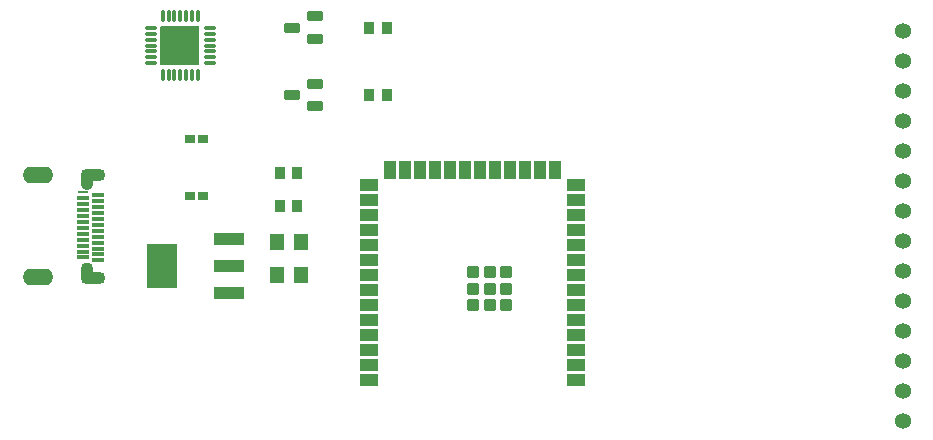
<source format=gts>
G04 Layer: TopSolderMaskLayer*
G04 EasyEDA v6.5.22, 2023-04-11 14:51:41*
G04 09d7e0edd1714e2dabe8a3ea8b78781f,917733c78a1c4f138cc1705716371eb4,10*
G04 Gerber Generator version 0.2*
G04 Scale: 100 percent, Rotated: No, Reflected: No *
G04 Dimensions in inches *
G04 leading zeros omitted , absolute positions ,3 integer and 6 decimal *
%FSLAX36Y36*%
%MOIN*%

%AMMACRO1*1,1,$1,$2,$3*1,1,$1,$4,$5*1,1,$1,0-$2,0-$3*1,1,$1,0-$4,0-$5*20,1,$1,$2,$3,$4,$5,0*20,1,$1,$4,$5,0-$2,0-$3,0*20,1,$1,0-$2,0-$3,0-$4,0-$5,0*20,1,$1,0-$4,0-$5,$2,$3,0*4,1,4,$2,$3,$4,$5,0-$2,0-$3,0-$4,0-$5,$2,$3,0*%
%ADD10MACRO1,0.004X-0.0156X-0.0106X-0.0156X0.0106*%
%ADD11MACRO1,0.004X0.0156X-0.0106X0.0156X0.0106*%
%ADD12MACRO1,0.004X-0.0157X0.0177X0.0157X0.0177*%
%ADD13MACRO1,0.0039X-0.0217X0.0256X0.0217X0.0256*%
%ADD14MACRO1,0.004X-0.0246X0.0138X0.0246X0.0138*%
%ADD15MACRO1,0.004X-0.0159X-0.017X-0.0159X0.017*%
%ADD16MACRO1,0.004X0.0159X-0.017X0.0159X0.017*%
%ADD17MACRO1,0.0039X0.0295X-0.0177X-0.0295X-0.0177*%
%ADD18MACRO1,0.0039X0.0177X0.0295X0.0177X-0.0295*%
%ADD19MACRO1,0.0039X-0.0295X0.0177X0.0295X0.0177*%
%ADD20MACRO1,0.004X0.0177X0.0177X0.0177X-0.0177*%
%ADD21MACRO1,0.004X-0.063X-0.063X-0.063X0.063*%
%ADD22O,0.039432999999999996X0.015024000000000003*%
%ADD23O,0.015024000000000003X0.039432999999999996*%
%ADD24C,0.0536*%
%ADD25MACRO1,0.004X0.0486X-0.0193X0.0486X0.0193*%
%ADD26MACRO1,0.004X0.0486X0.0709X0.0486X-0.0709*%
%ADD27MACRO1,0.004X0.0187X0.0049X0.0187X-0.0049*%
%ADD28MACRO1,0.004X-0.0187X-0.0049X-0.0187X0.0049*%
%ADD29R,0.0374X0.0098*%
%ADD30O,0.102425X0.05518100000000001*%
%ADD31O,0.08267799999999999X0.043308*%
%ADD32O,0.043308X0.06299300000000001*%
%ADD33O,0.041732X0.061417*%

%LPD*%
D10*
G01*
X399882Y297730D03*
D11*
G01*
X356964Y297730D03*
D10*
G01*
X399883Y107730D03*
D11*
G01*
X356964Y107730D03*
D12*
G01*
X712065Y182730D03*
G01*
X656947Y182730D03*
D13*
G01*
X645304Y-47269D03*
G01*
X724041Y-47269D03*
G01*
X645304Y-157269D03*
G01*
X724041Y-157269D03*
D14*
G01*
X772793Y405330D03*
G01*
X772793Y480129D03*
G01*
X694054Y442729D03*
G01*
X772793Y630330D03*
G01*
X772793Y705129D03*
G01*
X694054Y667729D03*
D15*
G01*
X1013079Y667730D03*
D16*
G01*
X953768Y667730D03*
D15*
G01*
X1013079Y442730D03*
D16*
G01*
X953768Y442730D03*
D15*
G01*
X713855Y72730D03*
D16*
G01*
X654544Y72730D03*
D17*
G01*
X1640912Y-507464D03*
G01*
X1640912Y-457464D03*
G01*
X1640912Y-407464D03*
G01*
X1640912Y-357464D03*
G01*
X1640912Y-307464D03*
G01*
X1640912Y-257464D03*
G01*
X1640912Y-207464D03*
G01*
X1640912Y-157464D03*
G01*
X1640912Y-107464D03*
G01*
X1640912Y-57464D03*
G01*
X1640912Y-7464D03*
G01*
X1640912Y42535D03*
G01*
X1640912Y92535D03*
G01*
X1640912Y142535D03*
D18*
G01*
X1571424Y192929D03*
G01*
X1521424Y192929D03*
G01*
X1471424Y192929D03*
G01*
X1421424Y192929D03*
G01*
X1371424Y192929D03*
G01*
X1321424Y192929D03*
G01*
X1271424Y192929D03*
G01*
X1221424Y192929D03*
G01*
X1171424Y192929D03*
G01*
X1121424Y192929D03*
G01*
X1071424Y192929D03*
G01*
X1021424Y191746D03*
D19*
G01*
X951936Y142535D03*
G01*
X951936Y92535D03*
G01*
X951936Y42535D03*
G01*
X951936Y-7464D03*
G01*
X951936Y-57464D03*
G01*
X951936Y-107464D03*
G01*
X951936Y-157464D03*
G01*
X951936Y-207464D03*
G01*
X951936Y-257464D03*
G01*
X951936Y-307464D03*
G01*
X951936Y-357464D03*
G01*
X951936Y-407464D03*
G01*
X951936Y-457464D03*
G01*
X951936Y-507464D03*
D20*
G01*
X1300365Y-148405D03*
G01*
X1355482Y-148401D03*
G01*
X1410599Y-148405D03*
G01*
X1410599Y-258641D03*
G01*
X1355482Y-258641D03*
G01*
X1300365Y-258641D03*
G01*
X1300365Y-203523D03*
G01*
X1410600Y-203523D03*
G01*
X1355482Y-203523D03*
D21*
G01*
X323419Y607725D03*
D22*
G01*
X225003Y548620D03*
G01*
X225003Y568320D03*
G01*
X225003Y588020D03*
G01*
X225003Y607719D03*
G01*
X225003Y627420D03*
G01*
X225003Y647119D03*
G01*
X225003Y666820D03*
D23*
G01*
X264324Y706150D03*
G01*
X284023Y706150D03*
G01*
X303724Y706150D03*
G01*
X323424Y706150D03*
G01*
X343124Y706150D03*
G01*
X362823Y706150D03*
G01*
X382513Y706150D03*
D22*
G01*
X421843Y666820D03*
G01*
X421843Y647119D03*
G01*
X421843Y627420D03*
G01*
X421843Y607719D03*
G01*
X421843Y588020D03*
G01*
X421843Y568320D03*
G01*
X421843Y548620D03*
D23*
G01*
X382513Y509300D03*
G01*
X362823Y509300D03*
G01*
X343124Y509300D03*
G01*
X323424Y509300D03*
G01*
X303724Y509300D03*
G01*
X284023Y509300D03*
G01*
X264324Y509300D03*
D24*
G01*
X2732923Y-645270D03*
G01*
X2732923Y-545270D03*
G01*
X2732923Y-445270D03*
G01*
X2732923Y-345270D03*
G01*
X2732923Y-245270D03*
G01*
X2732923Y-145270D03*
G01*
X2732923Y-45270D03*
G01*
X2732923Y54729D03*
G01*
X2732923Y154729D03*
G01*
X2732923Y254729D03*
G01*
X2732923Y354729D03*
G01*
X2732923Y454729D03*
G01*
X2732923Y554729D03*
G01*
X2732923Y654729D03*
D25*
G01*
X485038Y-217821D03*
G01*
X485038Y-127269D03*
G01*
X485038Y-36718D03*
D26*
G01*
X261810Y-127269D03*
D27*
G01*
X49211Y108273D03*
G01*
X49211Y88588D03*
G01*
X49211Y68903D03*
G01*
X49211Y49218D03*
G01*
X49211Y29533D03*
G01*
X49211Y9848D03*
G01*
X49211Y-9836D03*
G01*
X49211Y-29521D03*
G01*
X49211Y-49206D03*
G01*
X49211Y-68891D03*
G01*
X49211Y-88577D03*
G01*
X49211Y-108261D03*
D28*
G01*
X-0Y-98419D03*
G01*
X-0Y-78734D03*
G01*
X-0Y-59049D03*
G01*
X-0Y-39364D03*
G01*
X-0Y-19679D03*
G01*
X-0Y5D03*
G01*
X-0Y19690D03*
G01*
X-0Y39375D03*
G01*
X-0Y59060D03*
G01*
X-0Y78745D03*
G01*
X-0Y98430D03*
D29*
G01*
X3Y118110D03*
D30*
G01*
X-152355Y174810D03*
G01*
X-152355Y-165349D03*
D31*
G01*
X30713Y-166140D03*
D32*
G01*
X11024Y-146449D03*
D31*
G01*
X30713Y175599D03*
D33*
G01*
X11024Y155910D03*
M02*

</source>
